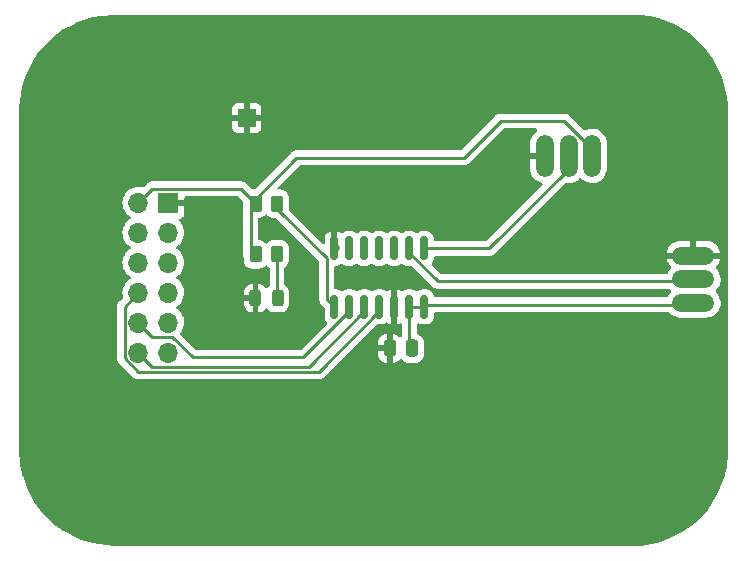
<source format=gbr>
%TF.GenerationSoftware,KiCad,Pcbnew,7.0.5*%
%TF.CreationDate,2023-07-06T17:03:00+08:00*%
%TF.ProjectId,GameRockerShaft,47616d65-526f-4636-9b65-725368616674,rev?*%
%TF.SameCoordinates,Original*%
%TF.FileFunction,Copper,L1,Top*%
%TF.FilePolarity,Positive*%
%FSLAX46Y46*%
G04 Gerber Fmt 4.6, Leading zero omitted, Abs format (unit mm)*
G04 Created by KiCad (PCBNEW 7.0.5) date 2023-07-06 17:03:00*
%MOMM*%
%LPD*%
G01*
G04 APERTURE LIST*
G04 Aperture macros list*
%AMRoundRect*
0 Rectangle with rounded corners*
0 $1 Rounding radius*
0 $2 $3 $4 $5 $6 $7 $8 $9 X,Y pos of 4 corners*
0 Add a 4 corners polygon primitive as box body*
4,1,4,$2,$3,$4,$5,$6,$7,$8,$9,$2,$3,0*
0 Add four circle primitives for the rounded corners*
1,1,$1+$1,$2,$3*
1,1,$1+$1,$4,$5*
1,1,$1+$1,$6,$7*
1,1,$1+$1,$8,$9*
0 Add four rect primitives between the rounded corners*
20,1,$1+$1,$2,$3,$4,$5,0*
20,1,$1+$1,$4,$5,$6,$7,0*
20,1,$1+$1,$6,$7,$8,$9,0*
20,1,$1+$1,$8,$9,$2,$3,0*%
G04 Aperture macros list end*
%TA.AperFunction,SMDPad,CuDef*%
%ADD10RoundRect,0.150000X-0.150000X0.825000X-0.150000X-0.825000X0.150000X-0.825000X0.150000X0.825000X0*%
%TD*%
%TA.AperFunction,ComponentPad*%
%ADD11O,1.500000X3.600000*%
%TD*%
%TA.AperFunction,ComponentPad*%
%ADD12O,3.600000X1.500000*%
%TD*%
%TA.AperFunction,SMDPad,CuDef*%
%ADD13RoundRect,0.250000X0.250000X0.475000X-0.250000X0.475000X-0.250000X-0.475000X0.250000X-0.475000X0*%
%TD*%
%TA.AperFunction,ComponentPad*%
%ADD14R,1.500000X1.500000*%
%TD*%
%TA.AperFunction,ComponentPad*%
%ADD15R,1.700000X1.700000*%
%TD*%
%TA.AperFunction,ComponentPad*%
%ADD16O,1.700000X1.700000*%
%TD*%
%TA.AperFunction,SMDPad,CuDef*%
%ADD17RoundRect,0.250000X-0.262500X-0.450000X0.262500X-0.450000X0.262500X0.450000X-0.262500X0.450000X0*%
%TD*%
%TA.AperFunction,SMDPad,CuDef*%
%ADD18RoundRect,0.243750X-0.243750X-0.456250X0.243750X-0.456250X0.243750X0.456250X-0.243750X0.456250X0*%
%TD*%
%TA.AperFunction,SMDPad,CuDef*%
%ADD19RoundRect,0.250000X0.262500X0.450000X-0.262500X0.450000X-0.262500X-0.450000X0.262500X-0.450000X0*%
%TD*%
%TA.AperFunction,ViaPad*%
%ADD20C,0.800000*%
%TD*%
%TA.AperFunction,Conductor*%
%ADD21C,0.254000*%
%TD*%
%TA.AperFunction,Conductor*%
%ADD22C,0.250000*%
%TD*%
G04 APERTURE END LIST*
D10*
%TO.P,U1,1,CH0*%
%TO.N,Net-(J2-X)*%
X104285000Y-89795000D03*
%TO.P,U1,2,CH1*%
%TO.N,Net-(J2-Y)*%
X103015000Y-89795000D03*
%TO.P,U1,3,CH2*%
%TO.N,unconnected-(U1-CH2-Pad3)*%
X101745000Y-89795000D03*
%TO.P,U1,4,CH3*%
%TO.N,unconnected-(U1-CH3-Pad4)*%
X100475000Y-89795000D03*
%TO.P,U1,5,NC*%
%TO.N,unconnected-(U1-NC-Pad5)*%
X99205000Y-89795000D03*
%TO.P,U1,6,NC*%
%TO.N,unconnected-(U1-NC-Pad6)*%
X97935000Y-89795000D03*
%TO.P,U1,7,DGND*%
%TO.N,GND*%
X96665000Y-89795000D03*
%TO.P,U1,8,~{CS}/SHDN*%
%TO.N,/CH5*%
X96665000Y-94745000D03*
%TO.P,U1,9,Din*%
%TO.N,/CH7*%
X97935000Y-94745000D03*
%TO.P,U1,10,Dout*%
%TO.N,/CH8*%
X99205000Y-94745000D03*
%TO.P,U1,11,CLK*%
%TO.N,/CH6*%
X100475000Y-94745000D03*
%TO.P,U1,12,AGND*%
%TO.N,GND*%
X101745000Y-94745000D03*
%TO.P,U1,13,Vref*%
%TO.N,+3V3*%
X103015000Y-94745000D03*
%TO.P,U1,14,Vdd*%
X104285000Y-94745000D03*
%TD*%
D11*
%TO.P,J2,1,VCC*%
%TO.N,GND*%
X114500000Y-81950000D03*
%TO.P,J2,2,X*%
%TO.N,Net-(J2-X)*%
X116500000Y-81950000D03*
%TO.P,J2,3,GND*%
%TO.N,+3V3*%
X118500000Y-81950000D03*
D12*
%TO.P,J2,4,VCC*%
X127075000Y-94400000D03*
%TO.P,J2,5,Y*%
%TO.N,Net-(J2-Y)*%
X127075000Y-92400000D03*
%TO.P,J2,6,GND*%
%TO.N,GND*%
X127075000Y-90400000D03*
%TD*%
D13*
%TO.P,C1,1*%
%TO.N,+3V3*%
X103250000Y-98250000D03*
%TO.P,C1,2*%
%TO.N,GND*%
X101350000Y-98250000D03*
%TD*%
D14*
%TO.P,TP1,1,1*%
%TO.N,GND*%
X89250000Y-78750000D03*
%TD*%
D15*
%TO.P,J1,1,Pin_1*%
%TO.N,GND*%
X82625000Y-85920000D03*
D16*
%TO.P,J1,2,Pin_2*%
%TO.N,+3V3*%
X80085000Y-85920000D03*
%TO.P,J1,3,Pin_3*%
%TO.N,/CH0*%
X82625000Y-88460000D03*
%TO.P,J1,4,Pin_4*%
%TO.N,/5V0*%
X80085000Y-88460000D03*
%TO.P,J1,5,Pin_5*%
%TO.N,/CH1*%
X82625000Y-91000000D03*
%TO.P,J1,6,Pin_6*%
%TO.N,/CH5*%
X80085000Y-91000000D03*
%TO.P,J1,7,Pin_7*%
%TO.N,/CH2*%
X82625000Y-93540000D03*
%TO.P,J1,8,Pin_8*%
%TO.N,/CH6*%
X80085000Y-93540000D03*
%TO.P,J1,9,Pin_9*%
%TO.N,/CH3*%
X82625000Y-96080000D03*
%TO.P,J1,10,Pin_10*%
%TO.N,/CH7*%
X80085000Y-96080000D03*
%TO.P,J1,11,Pin_11*%
%TO.N,/CH4*%
X82625000Y-98620000D03*
%TO.P,J1,12,Pin_12*%
%TO.N,/CH8*%
X80085000Y-98620000D03*
%TD*%
D17*
%TO.P,R1,1*%
%TO.N,+3V3*%
X90000000Y-86000000D03*
%TO.P,R1,2*%
%TO.N,/CH5*%
X91825000Y-86000000D03*
%TD*%
D18*
%TO.P,D1,1,K*%
%TO.N,GND*%
X89995000Y-94000000D03*
%TO.P,D1,2,A*%
%TO.N,Net-(D1-A)*%
X91870000Y-94000000D03*
%TD*%
D19*
%TO.P,R2,1*%
%TO.N,Net-(D1-A)*%
X91825000Y-90293333D03*
%TO.P,R2,2*%
%TO.N,+3V3*%
X90000000Y-90293333D03*
%TD*%
D20*
%TO.N,GND*%
X96750000Y-89750000D03*
X82625000Y-83375000D03*
X112000000Y-82000000D03*
%TO.N,/CH5*%
X91917500Y-86000000D03*
%TD*%
D21*
%TO.N,+3V3*%
X93457500Y-82125000D02*
X107625000Y-82125000D01*
X90000000Y-85582500D02*
X93457500Y-82125000D01*
X103020000Y-94520000D02*
X103020000Y-94745000D01*
X80085000Y-85920000D02*
X81262000Y-84743000D01*
X107625000Y-82125000D02*
X110750000Y-79000000D01*
X89582500Y-86000000D02*
X89582500Y-90293333D01*
X90000000Y-86000000D02*
X90000000Y-85582500D01*
X103000000Y-94500000D02*
X103000000Y-94730000D01*
X104285000Y-94745000D02*
X104455000Y-94575000D01*
X88743000Y-84743000D02*
X90000000Y-86000000D01*
X104455000Y-94575000D02*
X127000000Y-94575000D01*
X118500000Y-81376892D02*
X118500000Y-82750000D01*
X116123108Y-79000000D02*
X118500000Y-81376892D01*
X104285000Y-94745000D02*
X103015000Y-94745000D01*
X103000000Y-94500000D02*
X103020000Y-94520000D01*
X110750000Y-79000000D02*
X116123108Y-79000000D01*
X81262000Y-84743000D02*
X88743000Y-84743000D01*
X103015000Y-98015000D02*
X103250000Y-98250000D01*
X103015000Y-94745000D02*
X103015000Y-98015000D01*
D22*
%TO.N,GND*%
X114500000Y-82750000D02*
X113750000Y-82000000D01*
X113750000Y-82000000D02*
X112000000Y-82000000D01*
%TO.N,Net-(D1-A)*%
X91825000Y-93955000D02*
X91870000Y-94000000D01*
X91825000Y-90293333D02*
X91825000Y-93955000D01*
%TO.N,/CH5*%
X91917500Y-86510000D02*
X96038000Y-90630500D01*
D21*
X96665000Y-94745000D02*
X96038000Y-94118000D01*
D22*
X91917500Y-86000000D02*
X91917500Y-86510000D01*
D21*
X96038000Y-94118000D02*
X96038000Y-90630500D01*
D22*
%TO.N,/CH6*%
X100475000Y-94745000D02*
X100475000Y-95121751D01*
X100475000Y-95121751D02*
X95351751Y-100245000D01*
X78910000Y-99106701D02*
X78910000Y-94715000D01*
X78910000Y-94715000D02*
X80085000Y-93540000D01*
X80048299Y-100245000D02*
X78910000Y-99106701D01*
X95351751Y-100245000D02*
X80048299Y-100245000D01*
%TO.N,/CH7*%
X81260000Y-97255000D02*
X80085000Y-96080000D01*
X82921701Y-97255000D02*
X81260000Y-97255000D01*
X97935000Y-95121751D02*
X94031751Y-99025000D01*
X94031751Y-99025000D02*
X84691701Y-99025000D01*
X97935000Y-94745000D02*
X97935000Y-95121751D01*
X84691701Y-99025000D02*
X82921701Y-97255000D01*
%TO.N,/CH8*%
X99205000Y-94745000D02*
X99205000Y-95121751D01*
X94531751Y-99795000D02*
X81260000Y-99795000D01*
X81260000Y-99795000D02*
X80085000Y-98620000D01*
X99205000Y-95121751D02*
X94531751Y-99795000D01*
D21*
%TO.N,Net-(J2-X)*%
X116425000Y-83175000D02*
X109805000Y-89795000D01*
X109805000Y-89795000D02*
X104285000Y-89795000D01*
%TO.N,Net-(J2-Y)*%
X105415420Y-92575000D02*
X103015000Y-90174580D01*
X127000000Y-92575000D02*
X105415420Y-92575000D01*
X103015000Y-90174580D02*
X103015000Y-89795000D01*
%TD*%
%TA.AperFunction,Conductor*%
%TO.N,GND*%
G36*
X88498758Y-85390185D02*
G01*
X88519400Y-85406819D01*
X88920985Y-85808404D01*
X88954470Y-85869727D01*
X88953686Y-85912696D01*
X88955978Y-85912986D01*
X88955000Y-85920729D01*
X88955000Y-90332818D01*
X88969884Y-90450626D01*
X88978293Y-90471865D01*
X88987000Y-90517512D01*
X88987000Y-90793333D01*
X88987001Y-90793352D01*
X88997500Y-90896129D01*
X88997501Y-90896132D01*
X89039166Y-91021866D01*
X89052686Y-91062667D01*
X89144788Y-91211989D01*
X89268844Y-91336045D01*
X89418166Y-91428147D01*
X89584703Y-91483332D01*
X89687491Y-91493833D01*
X90312508Y-91493832D01*
X90312516Y-91493831D01*
X90312519Y-91493831D01*
X90368802Y-91488081D01*
X90415297Y-91483332D01*
X90581834Y-91428147D01*
X90731156Y-91336045D01*
X90824819Y-91242382D01*
X90886142Y-91208897D01*
X90955834Y-91213881D01*
X91000181Y-91242382D01*
X91093844Y-91336045D01*
X91140596Y-91364881D01*
X91187320Y-91416827D01*
X91199500Y-91470420D01*
X91199500Y-92866608D01*
X91179815Y-92933647D01*
X91163182Y-92954289D01*
X91038470Y-93079001D01*
X91038467Y-93079005D01*
X91037734Y-93080194D01*
X91037019Y-93080836D01*
X91033993Y-93084664D01*
X91033338Y-93084146D01*
X90985780Y-93126911D01*
X90916816Y-93138123D01*
X90852738Y-93110271D01*
X90830738Y-93084877D01*
X90830612Y-93084977D01*
X90828385Y-93082161D01*
X90826663Y-93080173D01*
X90826130Y-93079309D01*
X90703191Y-92956370D01*
X90555214Y-92865096D01*
X90555209Y-92865094D01*
X90390173Y-92810407D01*
X90288315Y-92800000D01*
X90245000Y-92800000D01*
X90245000Y-95200000D01*
X90288303Y-95200000D01*
X90288315Y-95199999D01*
X90390173Y-95189592D01*
X90555209Y-95134905D01*
X90555214Y-95134903D01*
X90703191Y-95043629D01*
X90826128Y-94920692D01*
X90826659Y-94919832D01*
X90827180Y-94919363D01*
X90830612Y-94915023D01*
X90831353Y-94915608D01*
X90878601Y-94873102D01*
X90947563Y-94861872D01*
X91011648Y-94889708D01*
X91033913Y-94915398D01*
X91033993Y-94915336D01*
X91035390Y-94917103D01*
X91037738Y-94919812D01*
X91038468Y-94920995D01*
X91038474Y-94921003D01*
X91161496Y-95044025D01*
X91161500Y-95044028D01*
X91309566Y-95135357D01*
X91309569Y-95135358D01*
X91309575Y-95135362D01*
X91474725Y-95190087D01*
X91576652Y-95200500D01*
X91576657Y-95200500D01*
X92163343Y-95200500D01*
X92163348Y-95200500D01*
X92265275Y-95190087D01*
X92430425Y-95135362D01*
X92578503Y-95044026D01*
X92701526Y-94921003D01*
X92792862Y-94772925D01*
X92847587Y-94607775D01*
X92858000Y-94505848D01*
X92858000Y-93494152D01*
X92847587Y-93392225D01*
X92792862Y-93227075D01*
X92792858Y-93227069D01*
X92792857Y-93227066D01*
X92701528Y-93079000D01*
X92701525Y-93078996D01*
X92578502Y-92955973D01*
X92509402Y-92913351D01*
X92462678Y-92861402D01*
X92450500Y-92807813D01*
X92450500Y-91470420D01*
X92470185Y-91403381D01*
X92509402Y-91364881D01*
X92556156Y-91336045D01*
X92680212Y-91211989D01*
X92772314Y-91062667D01*
X92827499Y-90896130D01*
X92838000Y-90793342D01*
X92837999Y-89793325D01*
X92827499Y-89690536D01*
X92772314Y-89523999D01*
X92680212Y-89374677D01*
X92556156Y-89250621D01*
X92406834Y-89158519D01*
X92240297Y-89103334D01*
X92240295Y-89103333D01*
X92137510Y-89092833D01*
X91512498Y-89092833D01*
X91512480Y-89092834D01*
X91409703Y-89103333D01*
X91409700Y-89103334D01*
X91243168Y-89158518D01*
X91243163Y-89158520D01*
X91093842Y-89250622D01*
X91000181Y-89344284D01*
X90938858Y-89377769D01*
X90869166Y-89372785D01*
X90824819Y-89344284D01*
X90731157Y-89250622D01*
X90731156Y-89250621D01*
X90581834Y-89158519D01*
X90415297Y-89103334D01*
X90415295Y-89103333D01*
X90321396Y-89093740D01*
X90256705Y-89067343D01*
X90216554Y-89010162D01*
X90210000Y-88970382D01*
X90210000Y-87322948D01*
X90229685Y-87255909D01*
X90282489Y-87210154D01*
X90321396Y-87199591D01*
X90415297Y-87189999D01*
X90581834Y-87134814D01*
X90731156Y-87042712D01*
X90824821Y-86949046D01*
X90886140Y-86915564D01*
X90955832Y-86920548D01*
X91000180Y-86949048D01*
X91093844Y-87042712D01*
X91243166Y-87134814D01*
X91409703Y-87189999D01*
X91512491Y-87200500D01*
X91672046Y-87200499D01*
X91739086Y-87220183D01*
X91759728Y-87236818D01*
X95374181Y-90851271D01*
X95407666Y-90912594D01*
X95410500Y-90938952D01*
X95410500Y-94035032D01*
X95408772Y-94050681D01*
X95409054Y-94050708D01*
X95408319Y-94058475D01*
X95410469Y-94126890D01*
X95410500Y-94128837D01*
X95410500Y-94157477D01*
X95411371Y-94164380D01*
X95411829Y-94170199D01*
X95413298Y-94216942D01*
X95418916Y-94236275D01*
X95422862Y-94255329D01*
X95425383Y-94275287D01*
X95425386Y-94275299D01*
X95442595Y-94318765D01*
X95444487Y-94324293D01*
X95457530Y-94369187D01*
X95457530Y-94369188D01*
X95467777Y-94386515D01*
X95476335Y-94403985D01*
X95483745Y-94422701D01*
X95511229Y-94460529D01*
X95514437Y-94465413D01*
X95538234Y-94505652D01*
X95538240Y-94505660D01*
X95552469Y-94519888D01*
X95565109Y-94534687D01*
X95576934Y-94550964D01*
X95576936Y-94550965D01*
X95576937Y-94550967D01*
X95612957Y-94580765D01*
X95617268Y-94584687D01*
X95727775Y-94695194D01*
X95828181Y-94795600D01*
X95861666Y-94856923D01*
X95864500Y-94883281D01*
X95864500Y-95635701D01*
X95867401Y-95672567D01*
X95867402Y-95672573D01*
X95913254Y-95830393D01*
X95913255Y-95830396D01*
X95996917Y-95971862D01*
X95996923Y-95971870D01*
X96010925Y-95985872D01*
X96044410Y-96047195D01*
X96039426Y-96116887D01*
X96010925Y-96161234D01*
X93808979Y-98363181D01*
X93747656Y-98396666D01*
X93721298Y-98399500D01*
X85002153Y-98399500D01*
X84935114Y-98379815D01*
X84914472Y-98363181D01*
X83670472Y-97119181D01*
X83636987Y-97057858D01*
X83641971Y-96988166D01*
X83660690Y-96956046D01*
X83660389Y-96955836D01*
X83662916Y-96952226D01*
X83663179Y-96951776D01*
X83663481Y-96951414D01*
X83663495Y-96951401D01*
X83799035Y-96757830D01*
X83898903Y-96543663D01*
X83960063Y-96315408D01*
X83980659Y-96080000D01*
X83960063Y-95844592D01*
X83904090Y-95635694D01*
X83898905Y-95616344D01*
X83898904Y-95616343D01*
X83898903Y-95616337D01*
X83799035Y-95402171D01*
X83793425Y-95394158D01*
X83663494Y-95208597D01*
X83496402Y-95041506D01*
X83496401Y-95041505D01*
X83374746Y-94956321D01*
X83310841Y-94911574D01*
X83267216Y-94856997D01*
X83260024Y-94787498D01*
X83291546Y-94725144D01*
X83310836Y-94708428D01*
X83496401Y-94578495D01*
X83663495Y-94411401D01*
X83776509Y-94250000D01*
X89007500Y-94250000D01*
X89007500Y-94505815D01*
X89017907Y-94607673D01*
X89072594Y-94772709D01*
X89072596Y-94772714D01*
X89163870Y-94920691D01*
X89286808Y-95043629D01*
X89434785Y-95134903D01*
X89434790Y-95134905D01*
X89599826Y-95189592D01*
X89701684Y-95199999D01*
X89701697Y-95200000D01*
X89745000Y-95200000D01*
X89745000Y-94250000D01*
X89007500Y-94250000D01*
X83776509Y-94250000D01*
X83799035Y-94217830D01*
X83898903Y-94003663D01*
X83960063Y-93775408D01*
X83962286Y-93750000D01*
X89007500Y-93750000D01*
X89745000Y-93750000D01*
X89745000Y-92800000D01*
X89701684Y-92800000D01*
X89599826Y-92810407D01*
X89434790Y-92865094D01*
X89434785Y-92865096D01*
X89286808Y-92956370D01*
X89163870Y-93079308D01*
X89072596Y-93227285D01*
X89072594Y-93227290D01*
X89017907Y-93392326D01*
X89007500Y-93494184D01*
X89007500Y-93750000D01*
X83962286Y-93750000D01*
X83980659Y-93540000D01*
X83978745Y-93518129D01*
X83968854Y-93405069D01*
X83960063Y-93304592D01*
X83910444Y-93119408D01*
X83898905Y-93076344D01*
X83898904Y-93076343D01*
X83898903Y-93076337D01*
X83799035Y-92862171D01*
X83793425Y-92854158D01*
X83663494Y-92668597D01*
X83496402Y-92501506D01*
X83496401Y-92501505D01*
X83310842Y-92371575D01*
X83310841Y-92371574D01*
X83267216Y-92316997D01*
X83260024Y-92247498D01*
X83291546Y-92185144D01*
X83310836Y-92168428D01*
X83496401Y-92038495D01*
X83663495Y-91871401D01*
X83799035Y-91677830D01*
X83898903Y-91463663D01*
X83960063Y-91235408D01*
X83980659Y-91000000D01*
X83960063Y-90764592D01*
X83898903Y-90536337D01*
X83799035Y-90322171D01*
X83798755Y-90321770D01*
X83663494Y-90128597D01*
X83496402Y-89961506D01*
X83496401Y-89961505D01*
X83310842Y-89831575D01*
X83310841Y-89831574D01*
X83267216Y-89776997D01*
X83260024Y-89707498D01*
X83291546Y-89645144D01*
X83310836Y-89628428D01*
X83496401Y-89498495D01*
X83663495Y-89331401D01*
X83799035Y-89137830D01*
X83898903Y-88923663D01*
X83960063Y-88695408D01*
X83980659Y-88460000D01*
X83980370Y-88456702D01*
X83972673Y-88368717D01*
X83960063Y-88224592D01*
X83898903Y-87996337D01*
X83799035Y-87782171D01*
X83793424Y-87774158D01*
X83663496Y-87588600D01*
X83663493Y-87588597D01*
X83541179Y-87466283D01*
X83507696Y-87404963D01*
X83512680Y-87335271D01*
X83554551Y-87279337D01*
X83585529Y-87262422D01*
X83717086Y-87213354D01*
X83717093Y-87213350D01*
X83832187Y-87127190D01*
X83832190Y-87127187D01*
X83918350Y-87012093D01*
X83918354Y-87012086D01*
X83968596Y-86877379D01*
X83968598Y-86877372D01*
X83974999Y-86817844D01*
X83975000Y-86817827D01*
X83975000Y-86170000D01*
X83058686Y-86170000D01*
X83084493Y-86129844D01*
X83125000Y-85991889D01*
X83125000Y-85848111D01*
X83084493Y-85710156D01*
X83058686Y-85670000D01*
X83975000Y-85670000D01*
X83975000Y-85494500D01*
X83994685Y-85427461D01*
X84047489Y-85381706D01*
X84099000Y-85370500D01*
X88431719Y-85370500D01*
X88498758Y-85390185D01*
G37*
%TD.AperFunction*%
%TA.AperFunction,Conductor*%
G36*
X113803658Y-79647185D02*
G01*
X113849413Y-79699989D01*
X113859357Y-79769147D01*
X113830332Y-79832703D01*
X113812412Y-79848420D01*
X113812950Y-79849095D01*
X113632679Y-79992854D01*
X113484647Y-80162292D01*
X113484640Y-80162300D01*
X113369240Y-80355446D01*
X113369238Y-80355451D01*
X113290175Y-80566110D01*
X113290175Y-80566111D01*
X113250000Y-80787494D01*
X113250000Y-81700000D01*
X114626000Y-81700000D01*
X114693039Y-81719685D01*
X114738794Y-81772489D01*
X114750000Y-81824000D01*
X114750000Y-82076000D01*
X114730315Y-82143039D01*
X114688989Y-82178847D01*
X114656631Y-82165444D01*
X114539323Y-82150000D01*
X114460677Y-82150000D01*
X114343369Y-82165444D01*
X114259943Y-82200000D01*
X113250000Y-82200000D01*
X113250000Y-83056129D01*
X113265116Y-83224096D01*
X113265117Y-83224102D01*
X113324973Y-83440984D01*
X113324978Y-83440997D01*
X113422598Y-83643708D01*
X113422602Y-83643716D01*
X113554851Y-83825741D01*
X113554857Y-83825749D01*
X113717486Y-83981237D01*
X113905266Y-84105191D01*
X114112169Y-84193624D01*
X114112177Y-84193627D01*
X114224625Y-84219292D01*
X114285603Y-84253400D01*
X114318462Y-84315061D01*
X114312767Y-84384698D01*
X114284714Y-84427864D01*
X109581400Y-89131181D01*
X109520077Y-89164666D01*
X109493719Y-89167500D01*
X105209500Y-89167500D01*
X105142461Y-89147815D01*
X105096706Y-89095011D01*
X105085500Y-89043500D01*
X105085500Y-88904313D01*
X105085499Y-88904298D01*
X105082598Y-88867432D01*
X105082597Y-88867426D01*
X105036745Y-88709606D01*
X105036744Y-88709603D01*
X105036744Y-88709602D01*
X104953081Y-88568135D01*
X104953079Y-88568133D01*
X104953076Y-88568129D01*
X104836870Y-88451923D01*
X104836862Y-88451917D01*
X104758681Y-88405681D01*
X104695398Y-88368256D01*
X104695397Y-88368255D01*
X104695396Y-88368255D01*
X104695393Y-88368254D01*
X104537573Y-88322402D01*
X104537567Y-88322401D01*
X104500701Y-88319500D01*
X104500694Y-88319500D01*
X104069306Y-88319500D01*
X104069298Y-88319500D01*
X104032432Y-88322401D01*
X104032426Y-88322402D01*
X103874606Y-88368254D01*
X103874603Y-88368255D01*
X103733137Y-88451917D01*
X103726969Y-88456702D01*
X103725078Y-88454265D01*
X103676295Y-88480871D01*
X103606606Y-88475850D01*
X103574300Y-88455065D01*
X103573031Y-88456702D01*
X103566862Y-88451917D01*
X103488681Y-88405681D01*
X103425398Y-88368256D01*
X103425397Y-88368255D01*
X103425396Y-88368255D01*
X103425393Y-88368254D01*
X103267573Y-88322402D01*
X103267567Y-88322401D01*
X103230701Y-88319500D01*
X103230694Y-88319500D01*
X102799306Y-88319500D01*
X102799298Y-88319500D01*
X102762432Y-88322401D01*
X102762426Y-88322402D01*
X102604606Y-88368254D01*
X102604603Y-88368255D01*
X102463137Y-88451917D01*
X102456969Y-88456702D01*
X102455072Y-88454256D01*
X102406358Y-88480857D01*
X102336666Y-88475873D01*
X102304296Y-88455069D01*
X102303031Y-88456702D01*
X102296862Y-88451917D01*
X102218681Y-88405681D01*
X102155398Y-88368256D01*
X102155397Y-88368255D01*
X102155396Y-88368255D01*
X102155393Y-88368254D01*
X101997573Y-88322402D01*
X101997567Y-88322401D01*
X101960701Y-88319500D01*
X101960694Y-88319500D01*
X101529306Y-88319500D01*
X101529298Y-88319500D01*
X101492432Y-88322401D01*
X101492426Y-88322402D01*
X101334606Y-88368254D01*
X101334603Y-88368255D01*
X101193137Y-88451917D01*
X101186969Y-88456702D01*
X101185072Y-88454256D01*
X101136358Y-88480857D01*
X101066666Y-88475873D01*
X101034296Y-88455069D01*
X101033031Y-88456702D01*
X101026862Y-88451917D01*
X100948681Y-88405681D01*
X100885398Y-88368256D01*
X100885397Y-88368255D01*
X100885396Y-88368255D01*
X100885393Y-88368254D01*
X100727573Y-88322402D01*
X100727567Y-88322401D01*
X100690701Y-88319500D01*
X100690694Y-88319500D01*
X100259306Y-88319500D01*
X100259298Y-88319500D01*
X100222432Y-88322401D01*
X100222426Y-88322402D01*
X100064606Y-88368254D01*
X100064603Y-88368255D01*
X99923137Y-88451917D01*
X99916969Y-88456702D01*
X99915072Y-88454256D01*
X99866358Y-88480857D01*
X99796666Y-88475873D01*
X99764296Y-88455069D01*
X99763031Y-88456702D01*
X99756862Y-88451917D01*
X99678681Y-88405681D01*
X99615398Y-88368256D01*
X99615397Y-88368255D01*
X99615396Y-88368255D01*
X99615393Y-88368254D01*
X99457573Y-88322402D01*
X99457567Y-88322401D01*
X99420701Y-88319500D01*
X99420694Y-88319500D01*
X98989306Y-88319500D01*
X98989298Y-88319500D01*
X98952432Y-88322401D01*
X98952426Y-88322402D01*
X98794606Y-88368254D01*
X98794603Y-88368255D01*
X98653137Y-88451917D01*
X98646969Y-88456702D01*
X98645078Y-88454265D01*
X98596295Y-88480871D01*
X98526606Y-88475850D01*
X98494300Y-88455065D01*
X98493031Y-88456702D01*
X98486862Y-88451917D01*
X98408681Y-88405681D01*
X98345398Y-88368256D01*
X98345397Y-88368255D01*
X98345396Y-88368255D01*
X98345393Y-88368254D01*
X98187573Y-88322402D01*
X98187567Y-88322401D01*
X98150701Y-88319500D01*
X98150694Y-88319500D01*
X97719306Y-88319500D01*
X97719298Y-88319500D01*
X97682432Y-88322401D01*
X97682426Y-88322402D01*
X97524606Y-88368254D01*
X97524603Y-88368255D01*
X97383140Y-88451915D01*
X97376974Y-88456699D01*
X97375174Y-88454379D01*
X97325913Y-88481230D01*
X97256225Y-88476193D01*
X97223992Y-88455461D01*
X97222722Y-88457100D01*
X97216552Y-88452314D01*
X97075196Y-88368717D01*
X97075193Y-88368716D01*
X96917494Y-88322900D01*
X96917497Y-88322900D01*
X96915000Y-88322703D01*
X96915000Y-89921000D01*
X96895315Y-89988039D01*
X96842511Y-90033794D01*
X96791000Y-90045000D01*
X96539000Y-90045000D01*
X96471961Y-90025315D01*
X96426206Y-89972511D01*
X96415000Y-89921000D01*
X96415000Y-88322703D01*
X96412503Y-88322900D01*
X96254806Y-88368716D01*
X96254803Y-88368717D01*
X96113447Y-88452314D01*
X96113438Y-88452321D01*
X95997321Y-88568438D01*
X95997314Y-88568447D01*
X95913717Y-88709803D01*
X95913716Y-88709806D01*
X95867900Y-88867504D01*
X95867899Y-88867510D01*
X95865000Y-88904350D01*
X95865000Y-89273547D01*
X95845315Y-89340586D01*
X95792511Y-89386341D01*
X95723353Y-89396285D01*
X95659797Y-89367260D01*
X95653319Y-89361228D01*
X92874318Y-86582227D01*
X92840833Y-86520904D01*
X92837999Y-86494555D01*
X92837999Y-85499992D01*
X92833539Y-85456335D01*
X92827499Y-85397203D01*
X92827498Y-85397200D01*
X92776126Y-85242171D01*
X92772314Y-85230666D01*
X92680212Y-85081344D01*
X92556156Y-84957288D01*
X92463388Y-84900069D01*
X92406836Y-84865187D01*
X92406831Y-84865185D01*
X92405362Y-84864698D01*
X92240297Y-84810001D01*
X92240295Y-84810000D01*
X92137516Y-84799500D01*
X92137509Y-84799500D01*
X91969780Y-84799500D01*
X91902741Y-84779815D01*
X91856986Y-84727011D01*
X91847042Y-84657853D01*
X91876067Y-84594297D01*
X91882099Y-84587819D01*
X92716124Y-83753795D01*
X93681099Y-82788819D01*
X93742423Y-82755334D01*
X93768781Y-82752500D01*
X107542033Y-82752500D01*
X107557681Y-82754227D01*
X107557708Y-82753946D01*
X107565475Y-82754680D01*
X107565476Y-82754679D01*
X107565477Y-82754680D01*
X107572104Y-82754471D01*
X107633892Y-82752531D01*
X107635839Y-82752500D01*
X107664473Y-82752500D01*
X107664476Y-82752500D01*
X107671378Y-82751627D01*
X107677190Y-82751169D01*
X107723943Y-82749701D01*
X107743272Y-82744084D01*
X107762328Y-82740137D01*
X107782293Y-82737616D01*
X107825770Y-82720401D01*
X107831276Y-82718516D01*
X107876191Y-82705468D01*
X107893515Y-82695221D01*
X107910983Y-82686663D01*
X107929703Y-82679253D01*
X107967542Y-82651759D01*
X107972391Y-82648574D01*
X108012656Y-82624763D01*
X108026897Y-82610520D01*
X108041678Y-82597897D01*
X108057967Y-82586063D01*
X108057969Y-82586059D01*
X108057971Y-82586059D01*
X108069845Y-82571703D01*
X108087776Y-82550028D01*
X108091689Y-82545728D01*
X110973599Y-79663819D01*
X111034923Y-79630334D01*
X111061281Y-79627500D01*
X113736619Y-79627500D01*
X113803658Y-79647185D01*
G37*
%TD.AperFunction*%
%TA.AperFunction,Conductor*%
G36*
X122001050Y-70000536D02*
G01*
X122090467Y-70003590D01*
X122321882Y-70011496D01*
X122321882Y-70011540D01*
X122322069Y-70011502D01*
X122322371Y-70011512D01*
X122549031Y-70019608D01*
X122553125Y-70019891D01*
X122724036Y-70037461D01*
X122727865Y-70037977D01*
X123306081Y-70134346D01*
X123886336Y-70231055D01*
X123890796Y-70231969D01*
X123941090Y-70244225D01*
X124060051Y-70274588D01*
X124116430Y-70288978D01*
X124120703Y-70290233D01*
X124741649Y-70497216D01*
X124757872Y-70503936D01*
X125417875Y-70833937D01*
X125747871Y-70998936D01*
X125752036Y-71001221D01*
X126940478Y-71714286D01*
X126947476Y-71719170D01*
X127056636Y-71807137D01*
X127061556Y-71811556D01*
X127993766Y-72743767D01*
X127993767Y-72743767D01*
X128005286Y-72757048D01*
X128743291Y-73741055D01*
X128755000Y-73760001D01*
X129493911Y-75237823D01*
X129503300Y-75263203D01*
X129929379Y-76967516D01*
X129930877Y-76975937D01*
X129949558Y-77149721D01*
X129980104Y-77446849D01*
X129980390Y-77450978D01*
X129988502Y-77678115D01*
X129988503Y-77678115D01*
X129988503Y-77678124D01*
X129988535Y-77679028D01*
X129988535Y-77679078D01*
X129999464Y-77998950D01*
X129999500Y-78001067D01*
X129999500Y-106998932D01*
X129999464Y-107001049D01*
X129988506Y-107321788D01*
X129980390Y-107549020D01*
X129980105Y-107553148D01*
X129949560Y-107850268D01*
X129922214Y-108104635D01*
X129921667Y-108108544D01*
X129880412Y-108347820D01*
X129880109Y-108349445D01*
X129789527Y-108802355D01*
X129788968Y-108804875D01*
X129755816Y-108940919D01*
X129725411Y-109060047D01*
X129722899Y-109067749D01*
X129250958Y-110247604D01*
X129248846Y-110252307D01*
X129001068Y-110747864D01*
X128998777Y-110752037D01*
X128285712Y-111940477D01*
X128280818Y-111947490D01*
X128192871Y-112056625D01*
X128188432Y-112061566D01*
X127256232Y-112993767D01*
X127242951Y-113005286D01*
X126258943Y-113743292D01*
X126239997Y-113755001D01*
X125252307Y-114248846D01*
X125247604Y-114250958D01*
X124067749Y-114722899D01*
X124060053Y-114725409D01*
X123981376Y-114745490D01*
X123941019Y-114755791D01*
X123890820Y-114768024D01*
X123886332Y-114768943D01*
X122727850Y-114962022D01*
X122723996Y-114962541D01*
X122553148Y-114980105D01*
X122549020Y-114980390D01*
X122321980Y-114988499D01*
X122001049Y-114999464D01*
X121998932Y-114999500D01*
X78005319Y-114999500D01*
X77987783Y-114998254D01*
X76253168Y-114750452D01*
X76246894Y-114749223D01*
X75263204Y-114503301D01*
X75237826Y-114493913D01*
X73760000Y-113755000D01*
X73741055Y-113743291D01*
X72757048Y-113005286D01*
X72743767Y-112993767D01*
X72006233Y-112256232D01*
X71994714Y-112242951D01*
X71256708Y-111258944D01*
X71244999Y-111239998D01*
X70998932Y-110747864D01*
X70751148Y-110252297D01*
X70749046Y-110247616D01*
X70277096Y-109067740D01*
X70274593Y-109060067D01*
X70244216Y-108941055D01*
X70211013Y-108804803D01*
X70210472Y-108802363D01*
X70119875Y-108349379D01*
X70119616Y-108347986D01*
X70078327Y-108108516D01*
X70077788Y-108104669D01*
X70050437Y-107850258D01*
X70047187Y-107818642D01*
X70019891Y-107553130D01*
X70019608Y-107549020D01*
X70011493Y-107321788D01*
X70000536Y-107001048D01*
X70000500Y-106998932D01*
X70000500Y-94695196D01*
X78279840Y-94695196D01*
X78281091Y-94708425D01*
X78284225Y-94741583D01*
X78284500Y-94747421D01*
X78284500Y-99023956D01*
X78282775Y-99039573D01*
X78283061Y-99039600D01*
X78282326Y-99047367D01*
X78284469Y-99115547D01*
X78284500Y-99117494D01*
X78284500Y-99146044D01*
X78284501Y-99146061D01*
X78285368Y-99152932D01*
X78285826Y-99158751D01*
X78287290Y-99205325D01*
X78287291Y-99205328D01*
X78292880Y-99224568D01*
X78296824Y-99243612D01*
X78299336Y-99263492D01*
X78316490Y-99306820D01*
X78318382Y-99312348D01*
X78331381Y-99357089D01*
X78341580Y-99374335D01*
X78350138Y-99391804D01*
X78357514Y-99410433D01*
X78384898Y-99448124D01*
X78388106Y-99453008D01*
X78411827Y-99493117D01*
X78411833Y-99493125D01*
X78425990Y-99507281D01*
X78438628Y-99522077D01*
X78450405Y-99538287D01*
X78450406Y-99538288D01*
X78486309Y-99567989D01*
X78490620Y-99571911D01*
X79538025Y-100619317D01*
X79547496Y-100628788D01*
X79557321Y-100641051D01*
X79557542Y-100640869D01*
X79562510Y-100646874D01*
X79612231Y-100693566D01*
X79613631Y-100694923D01*
X79633822Y-100715115D01*
X79633826Y-100715118D01*
X79633828Y-100715120D01*
X79639310Y-100719373D01*
X79643742Y-100723157D01*
X79677717Y-100755062D01*
X79695275Y-100764714D01*
X79711532Y-100775393D01*
X79727363Y-100787673D01*
X79747036Y-100796186D01*
X79770132Y-100806182D01*
X79775376Y-100808750D01*
X79816207Y-100831197D01*
X79828822Y-100834435D01*
X79835604Y-100836177D01*
X79854018Y-100842481D01*
X79872403Y-100850438D01*
X79918456Y-100857732D01*
X79924125Y-100858906D01*
X79969280Y-100870500D01*
X79989315Y-100870500D01*
X80008712Y-100872026D01*
X80028495Y-100875160D01*
X80074882Y-100870775D01*
X80080721Y-100870500D01*
X95269008Y-100870500D01*
X95284628Y-100872224D01*
X95284655Y-100871939D01*
X95292417Y-100872673D01*
X95292417Y-100872672D01*
X95292418Y-100872673D01*
X95295750Y-100872568D01*
X95360598Y-100870531D01*
X95362545Y-100870500D01*
X95391098Y-100870500D01*
X95391101Y-100870500D01*
X95397979Y-100869630D01*
X95403792Y-100869172D01*
X95450378Y-100867709D01*
X95469620Y-100862117D01*
X95488663Y-100858174D01*
X95508543Y-100855664D01*
X95551873Y-100838507D01*
X95557397Y-100836617D01*
X95561147Y-100835527D01*
X95602141Y-100823618D01*
X95619380Y-100813422D01*
X95636854Y-100804862D01*
X95655478Y-100797488D01*
X95655478Y-100797487D01*
X95655483Y-100797486D01*
X95693200Y-100770082D01*
X95698056Y-100766892D01*
X95738171Y-100743170D01*
X95752340Y-100728999D01*
X95767130Y-100716368D01*
X95783338Y-100704594D01*
X95813050Y-100668676D01*
X95816963Y-100664376D01*
X97981340Y-98500000D01*
X100350001Y-98500000D01*
X100350001Y-98774986D01*
X100360494Y-98877697D01*
X100415641Y-99044119D01*
X100415643Y-99044124D01*
X100507684Y-99193345D01*
X100631654Y-99317315D01*
X100780875Y-99409356D01*
X100780880Y-99409358D01*
X100947302Y-99464505D01*
X100947309Y-99464506D01*
X101050019Y-99474999D01*
X101099999Y-99474998D01*
X101100000Y-99474998D01*
X101100000Y-98500000D01*
X100350001Y-98500000D01*
X97981340Y-98500000D01*
X98481340Y-98000000D01*
X100350000Y-98000000D01*
X101100000Y-98000000D01*
X101100000Y-97025000D01*
X101099999Y-97024999D01*
X101050029Y-97025000D01*
X101050011Y-97025001D01*
X100947302Y-97035494D01*
X100780880Y-97090641D01*
X100780875Y-97090643D01*
X100631654Y-97182684D01*
X100507684Y-97306654D01*
X100415643Y-97455875D01*
X100415641Y-97455880D01*
X100360494Y-97622302D01*
X100360493Y-97622309D01*
X100350000Y-97725013D01*
X100350000Y-98000000D01*
X98481340Y-98000000D01*
X100224522Y-96256819D01*
X100285846Y-96223334D01*
X100312204Y-96220500D01*
X100690686Y-96220500D01*
X100690694Y-96220500D01*
X100727569Y-96217598D01*
X100727571Y-96217597D01*
X100727573Y-96217597D01*
X100774363Y-96204003D01*
X100885398Y-96171744D01*
X101026865Y-96088081D01*
X101026870Y-96088076D01*
X101033026Y-96083301D01*
X101034839Y-96085638D01*
X101083949Y-96058798D01*
X101153643Y-96063756D01*
X101185996Y-96084551D01*
X101187278Y-96082900D01*
X101193447Y-96087685D01*
X101334801Y-96171281D01*
X101492514Y-96217100D01*
X101492511Y-96217100D01*
X101494998Y-96217295D01*
X101495000Y-96217295D01*
X101495000Y-93272703D01*
X101492503Y-93272900D01*
X101334806Y-93318716D01*
X101334803Y-93318717D01*
X101193449Y-93402313D01*
X101187283Y-93407097D01*
X101185389Y-93404655D01*
X101136580Y-93431239D01*
X101066894Y-93426179D01*
X101034227Y-93405159D01*
X101033031Y-93406702D01*
X101026862Y-93401917D01*
X100931502Y-93345522D01*
X100885398Y-93318256D01*
X100885397Y-93318255D01*
X100885396Y-93318255D01*
X100885393Y-93318254D01*
X100727573Y-93272402D01*
X100727567Y-93272401D01*
X100690701Y-93269500D01*
X100690694Y-93269500D01*
X100259306Y-93269500D01*
X100259298Y-93269500D01*
X100222432Y-93272401D01*
X100222426Y-93272402D01*
X100064606Y-93318254D01*
X100064603Y-93318255D01*
X99923137Y-93401917D01*
X99916969Y-93406702D01*
X99915072Y-93404256D01*
X99866358Y-93430857D01*
X99796666Y-93425873D01*
X99764296Y-93405069D01*
X99763031Y-93406702D01*
X99756862Y-93401917D01*
X99661502Y-93345522D01*
X99615398Y-93318256D01*
X99615397Y-93318255D01*
X99615396Y-93318255D01*
X99615393Y-93318254D01*
X99457573Y-93272402D01*
X99457567Y-93272401D01*
X99420701Y-93269500D01*
X99420694Y-93269500D01*
X98989306Y-93269500D01*
X98989298Y-93269500D01*
X98952432Y-93272401D01*
X98952426Y-93272402D01*
X98794606Y-93318254D01*
X98794603Y-93318255D01*
X98653137Y-93401917D01*
X98646969Y-93406702D01*
X98645072Y-93404256D01*
X98596358Y-93430857D01*
X98526666Y-93425873D01*
X98494296Y-93405069D01*
X98493031Y-93406702D01*
X98486862Y-93401917D01*
X98391502Y-93345522D01*
X98345398Y-93318256D01*
X98345397Y-93318255D01*
X98345396Y-93318255D01*
X98345393Y-93318254D01*
X98187573Y-93272402D01*
X98187567Y-93272401D01*
X98150701Y-93269500D01*
X98150694Y-93269500D01*
X97719306Y-93269500D01*
X97719298Y-93269500D01*
X97682432Y-93272401D01*
X97682426Y-93272402D01*
X97524606Y-93318254D01*
X97524603Y-93318255D01*
X97383137Y-93401917D01*
X97376969Y-93406702D01*
X97375072Y-93404256D01*
X97326358Y-93430857D01*
X97256666Y-93425873D01*
X97224296Y-93405069D01*
X97223031Y-93406702D01*
X97216862Y-93401917D01*
X97121502Y-93345522D01*
X97075398Y-93318256D01*
X97075397Y-93318255D01*
X97075396Y-93318255D01*
X97075393Y-93318254D01*
X96917573Y-93272402D01*
X96917567Y-93272401D01*
X96880701Y-93269500D01*
X96880694Y-93269500D01*
X96789500Y-93269500D01*
X96722461Y-93249815D01*
X96676706Y-93197011D01*
X96665500Y-93145500D01*
X96665500Y-91394000D01*
X96685185Y-91326961D01*
X96737989Y-91281206D01*
X96789500Y-91270000D01*
X96880634Y-91270000D01*
X96880649Y-91269999D01*
X96917489Y-91267100D01*
X96917495Y-91267099D01*
X97075193Y-91221283D01*
X97075196Y-91221282D01*
X97216550Y-91137686D01*
X97222717Y-91132903D01*
X97224630Y-91135369D01*
X97273222Y-91108802D01*
X97342917Y-91113749D01*
X97375762Y-91134853D01*
X97376969Y-91133298D01*
X97383132Y-91138078D01*
X97383135Y-91138081D01*
X97524602Y-91221744D01*
X97566224Y-91233836D01*
X97682426Y-91267597D01*
X97682429Y-91267597D01*
X97682431Y-91267598D01*
X97719306Y-91270500D01*
X97719314Y-91270500D01*
X98150686Y-91270500D01*
X98150694Y-91270500D01*
X98187569Y-91267598D01*
X98187571Y-91267597D01*
X98187573Y-91267597D01*
X98298349Y-91235413D01*
X98345398Y-91221744D01*
X98486865Y-91138081D01*
X98486868Y-91138077D01*
X98493026Y-91133301D01*
X98494927Y-91135752D01*
X98543579Y-91109154D01*
X98613274Y-91114103D01*
X98645700Y-91134942D01*
X98646974Y-91133301D01*
X98653139Y-91138084D01*
X98698015Y-91164623D01*
X98794602Y-91221744D01*
X98836224Y-91233836D01*
X98952426Y-91267597D01*
X98952429Y-91267597D01*
X98952431Y-91267598D01*
X98989306Y-91270500D01*
X98989314Y-91270500D01*
X99420686Y-91270500D01*
X99420694Y-91270500D01*
X99457569Y-91267598D01*
X99457571Y-91267597D01*
X99457573Y-91267597D01*
X99568349Y-91235413D01*
X99615398Y-91221744D01*
X99756865Y-91138081D01*
X99756868Y-91138077D01*
X99763026Y-91133301D01*
X99764927Y-91135752D01*
X99813579Y-91109154D01*
X99883274Y-91114103D01*
X99915700Y-91134942D01*
X99916974Y-91133301D01*
X99923139Y-91138084D01*
X99968015Y-91164623D01*
X100064602Y-91221744D01*
X100106224Y-91233836D01*
X100222426Y-91267597D01*
X100222429Y-91267597D01*
X100222431Y-91267598D01*
X100259306Y-91270500D01*
X100259314Y-91270500D01*
X100690686Y-91270500D01*
X100690694Y-91270500D01*
X100727569Y-91267598D01*
X100727571Y-91267597D01*
X100727573Y-91267597D01*
X100838349Y-91235413D01*
X100885398Y-91221744D01*
X101026865Y-91138081D01*
X101026868Y-91138077D01*
X101033026Y-91133301D01*
X101034927Y-91135752D01*
X101083579Y-91109154D01*
X101153274Y-91114103D01*
X101185700Y-91134942D01*
X101186974Y-91133301D01*
X101193139Y-91138084D01*
X101238015Y-91164623D01*
X101334602Y-91221744D01*
X101376224Y-91233836D01*
X101492426Y-91267597D01*
X101492429Y-91267597D01*
X101492431Y-91267598D01*
X101529306Y-91270500D01*
X101529314Y-91270500D01*
X101960686Y-91270500D01*
X101960694Y-91270500D01*
X101997569Y-91267598D01*
X101997571Y-91267597D01*
X101997573Y-91267597D01*
X102108349Y-91235413D01*
X102155398Y-91221744D01*
X102296865Y-91138081D01*
X102296868Y-91138077D01*
X102303026Y-91133301D01*
X102304927Y-91135752D01*
X102353579Y-91109154D01*
X102423274Y-91114103D01*
X102455700Y-91134942D01*
X102456974Y-91133301D01*
X102463139Y-91138084D01*
X102508015Y-91164623D01*
X102604602Y-91221744D01*
X102646224Y-91233836D01*
X102762426Y-91267597D01*
X102762429Y-91267597D01*
X102762431Y-91267598D01*
X102799306Y-91270500D01*
X103172139Y-91270500D01*
X103239178Y-91290185D01*
X103259820Y-91306819D01*
X104913044Y-92960043D01*
X104922891Y-92972333D01*
X104923109Y-92972154D01*
X104928076Y-92978159D01*
X104945974Y-92994966D01*
X104978001Y-93025041D01*
X104979342Y-93026341D01*
X104999625Y-93046624D01*
X105005126Y-93050891D01*
X105009565Y-93054682D01*
X105043653Y-93086693D01*
X105061304Y-93096396D01*
X105077554Y-93107071D01*
X105081679Y-93110271D01*
X105093458Y-93119408D01*
X105093461Y-93119410D01*
X105136362Y-93137974D01*
X105141610Y-93140544D01*
X105182586Y-93163072D01*
X105201660Y-93167969D01*
X105202080Y-93168077D01*
X105220484Y-93174377D01*
X105238962Y-93182374D01*
X105282458Y-93189262D01*
X105285144Y-93189688D01*
X105290849Y-93190869D01*
X105336148Y-93202500D01*
X105356278Y-93202500D01*
X105375677Y-93204027D01*
X105395553Y-93207175D01*
X105438199Y-93203143D01*
X105442099Y-93202775D01*
X105447937Y-93202500D01*
X125005809Y-93202500D01*
X125072848Y-93222185D01*
X125102754Y-93249185D01*
X125117492Y-93267666D01*
X125161510Y-93306124D01*
X125199044Y-93365055D01*
X125198758Y-93434924D01*
X125169552Y-93485195D01*
X125043369Y-93617173D01*
X124919365Y-93805030D01*
X124907314Y-93833227D01*
X124890640Y-93872235D01*
X124846194Y-93926143D01*
X124779656Y-93947463D01*
X124776620Y-93947500D01*
X105207459Y-93947500D01*
X105140420Y-93927815D01*
X105094665Y-93875011D01*
X105083841Y-93833227D01*
X105082598Y-93817432D01*
X105082597Y-93817426D01*
X105036745Y-93659606D01*
X105036744Y-93659603D01*
X105036744Y-93659602D01*
X104953081Y-93518135D01*
X104953079Y-93518133D01*
X104953076Y-93518129D01*
X104836870Y-93401923D01*
X104836862Y-93401917D01*
X104741502Y-93345522D01*
X104695398Y-93318256D01*
X104695397Y-93318255D01*
X104695396Y-93318255D01*
X104695393Y-93318254D01*
X104537573Y-93272402D01*
X104537567Y-93272401D01*
X104500701Y-93269500D01*
X104500694Y-93269500D01*
X104069306Y-93269500D01*
X104069298Y-93269500D01*
X104032432Y-93272401D01*
X104032426Y-93272402D01*
X103874606Y-93318254D01*
X103874603Y-93318255D01*
X103733137Y-93401917D01*
X103726969Y-93406702D01*
X103725072Y-93404256D01*
X103676358Y-93430857D01*
X103606666Y-93425873D01*
X103574296Y-93405069D01*
X103573031Y-93406702D01*
X103566862Y-93401917D01*
X103471502Y-93345522D01*
X103425398Y-93318256D01*
X103425397Y-93318255D01*
X103425396Y-93318255D01*
X103425393Y-93318254D01*
X103267573Y-93272402D01*
X103267567Y-93272401D01*
X103230701Y-93269500D01*
X103230694Y-93269500D01*
X102799306Y-93269500D01*
X102799298Y-93269500D01*
X102762432Y-93272401D01*
X102762426Y-93272402D01*
X102604606Y-93318254D01*
X102604603Y-93318255D01*
X102463140Y-93401915D01*
X102456974Y-93406699D01*
X102455174Y-93404379D01*
X102405913Y-93431230D01*
X102336225Y-93426193D01*
X102303992Y-93405461D01*
X102302722Y-93407100D01*
X102296552Y-93402314D01*
X102155196Y-93318717D01*
X102155193Y-93318716D01*
X101997494Y-93272900D01*
X101997497Y-93272900D01*
X101995000Y-93272703D01*
X101995000Y-96217295D01*
X101995001Y-96217295D01*
X101997486Y-96217100D01*
X102155199Y-96171281D01*
X102200378Y-96144562D01*
X102268101Y-96127378D01*
X102334364Y-96149537D01*
X102378128Y-96204003D01*
X102387500Y-96251293D01*
X102387500Y-97202477D01*
X102367815Y-97269516D01*
X102315011Y-97315271D01*
X102245853Y-97325215D01*
X102182297Y-97296190D01*
X102175819Y-97290158D01*
X102068345Y-97182684D01*
X101919124Y-97090643D01*
X101919119Y-97090641D01*
X101752697Y-97035494D01*
X101752690Y-97035493D01*
X101649986Y-97025000D01*
X101600000Y-97025000D01*
X101600000Y-99474999D01*
X101649972Y-99474999D01*
X101649986Y-99474998D01*
X101752697Y-99464505D01*
X101919119Y-99409358D01*
X101919124Y-99409356D01*
X102068345Y-99317315D01*
X102192318Y-99193342D01*
X102194165Y-99190348D01*
X102195969Y-99188724D01*
X102196798Y-99187677D01*
X102196976Y-99187818D01*
X102246110Y-99143621D01*
X102315073Y-99132396D01*
X102379156Y-99160236D01*
X102405243Y-99190341D01*
X102407288Y-99193656D01*
X102531344Y-99317712D01*
X102680666Y-99409814D01*
X102847203Y-99464999D01*
X102949991Y-99475500D01*
X103550008Y-99475499D01*
X103550016Y-99475498D01*
X103550019Y-99475498D01*
X103606302Y-99469748D01*
X103652797Y-99464999D01*
X103819334Y-99409814D01*
X103968656Y-99317712D01*
X104092712Y-99193656D01*
X104184814Y-99044334D01*
X104239999Y-98877797D01*
X104250500Y-98775009D01*
X104250499Y-97724992D01*
X104239999Y-97622203D01*
X104184814Y-97455666D01*
X104092712Y-97306344D01*
X103968656Y-97182288D01*
X103819334Y-97090186D01*
X103727495Y-97059753D01*
X103670051Y-97019981D01*
X103643228Y-96955465D01*
X103642500Y-96942048D01*
X103642500Y-96251874D01*
X103662185Y-96184835D01*
X103714989Y-96139080D01*
X103784147Y-96129136D01*
X103829619Y-96145141D01*
X103874602Y-96171744D01*
X103916224Y-96183836D01*
X104032426Y-96217597D01*
X104032429Y-96217597D01*
X104032431Y-96217598D01*
X104069306Y-96220500D01*
X104069314Y-96220500D01*
X104500686Y-96220500D01*
X104500694Y-96220500D01*
X104537569Y-96217598D01*
X104537571Y-96217597D01*
X104537573Y-96217597D01*
X104584363Y-96204003D01*
X104695398Y-96171744D01*
X104836865Y-96088081D01*
X104953081Y-95971865D01*
X105036744Y-95830398D01*
X105082598Y-95672569D01*
X105085500Y-95635694D01*
X105085500Y-95326499D01*
X105105185Y-95259461D01*
X105157989Y-95213706D01*
X105209500Y-95202500D01*
X125005809Y-95202500D01*
X125072848Y-95222185D01*
X125102754Y-95249185D01*
X125117492Y-95267666D01*
X125287004Y-95415765D01*
X125480236Y-95531215D01*
X125684741Y-95607967D01*
X125690976Y-95610307D01*
X125912450Y-95650500D01*
X125912453Y-95650500D01*
X128181148Y-95650500D01*
X128181155Y-95650500D01*
X128349188Y-95635377D01*
X128418152Y-95616344D01*
X128566160Y-95575496D01*
X128566162Y-95575495D01*
X128566170Y-95575493D01*
X128768973Y-95477829D01*
X128951078Y-95345522D01*
X129106632Y-95182825D01*
X129230635Y-94994968D01*
X129319103Y-94787988D01*
X129369191Y-94568537D01*
X129379290Y-94343670D01*
X129349075Y-94120613D01*
X129279517Y-93906536D01*
X129172852Y-93708319D01*
X129032508Y-93532334D01*
X129032507Y-93532333D01*
X128988489Y-93493875D01*
X128950955Y-93434943D01*
X128951241Y-93365074D01*
X128980448Y-93314803D01*
X128990211Y-93304592D01*
X129106632Y-93182825D01*
X129230635Y-92994968D01*
X129287396Y-92862171D01*
X129319100Y-92787995D01*
X129319099Y-92787995D01*
X129319103Y-92787988D01*
X129369191Y-92568537D01*
X129379290Y-92343670D01*
X129349075Y-92120613D01*
X129279517Y-91906536D01*
X129172852Y-91708319D01*
X129032508Y-91532334D01*
X128997276Y-91501552D01*
X128988111Y-91493545D01*
X128950578Y-91434613D01*
X128950864Y-91364744D01*
X128980071Y-91314473D01*
X129106237Y-91182513D01*
X129230191Y-90994733D01*
X129318624Y-90787830D01*
X129318627Y-90787821D01*
X129350084Y-90650000D01*
X126820882Y-90650000D01*
X126859556Y-90556631D01*
X126880177Y-90400000D01*
X126859556Y-90243369D01*
X126820882Y-90150000D01*
X126825000Y-90150000D01*
X126825000Y-89150000D01*
X127325000Y-89150000D01*
X127325000Y-90150000D01*
X129352550Y-90150000D01*
X129352550Y-90149999D01*
X129348584Y-90120721D01*
X129279054Y-89906731D01*
X129172434Y-89708598D01*
X129172432Y-89708595D01*
X129032145Y-89532679D01*
X128862707Y-89384647D01*
X128862699Y-89384640D01*
X128669553Y-89269240D01*
X128669548Y-89269238D01*
X128458889Y-89190175D01*
X128237506Y-89150000D01*
X127325000Y-89150000D01*
X126825000Y-89150000D01*
X125968870Y-89150000D01*
X125800903Y-89165116D01*
X125800897Y-89165117D01*
X125584015Y-89224973D01*
X125584002Y-89224978D01*
X125381291Y-89322598D01*
X125381283Y-89322602D01*
X125199258Y-89454851D01*
X125199250Y-89454857D01*
X125043762Y-89617486D01*
X124919808Y-89805266D01*
X124831375Y-90012169D01*
X124831372Y-90012178D01*
X124799915Y-90149999D01*
X124799916Y-90150000D01*
X125729118Y-90150000D01*
X125690444Y-90243369D01*
X125669823Y-90400000D01*
X125690444Y-90556631D01*
X125729118Y-90650000D01*
X124797449Y-90650000D01*
X124801415Y-90679278D01*
X124870945Y-90893268D01*
X124977565Y-91091401D01*
X124977567Y-91091404D01*
X125117854Y-91267319D01*
X125161854Y-91305760D01*
X125199389Y-91364692D01*
X125199105Y-91434561D01*
X125169898Y-91484833D01*
X125043369Y-91617173D01*
X124919365Y-91805030D01*
X124902865Y-91843634D01*
X124890640Y-91872235D01*
X124846194Y-91926143D01*
X124779656Y-91947463D01*
X124776620Y-91947500D01*
X105726701Y-91947500D01*
X105659662Y-91927815D01*
X105639020Y-91911181D01*
X104939073Y-91211234D01*
X104905588Y-91149911D01*
X104910572Y-91080219D01*
X104939073Y-91035872D01*
X104953081Y-91021865D01*
X105036744Y-90880398D01*
X105082598Y-90722569D01*
X105085500Y-90685694D01*
X105085500Y-90546499D01*
X105105185Y-90479461D01*
X105157989Y-90433706D01*
X105209500Y-90422500D01*
X109722033Y-90422500D01*
X109737681Y-90424227D01*
X109737708Y-90423946D01*
X109745475Y-90424680D01*
X109745476Y-90424679D01*
X109745477Y-90424680D01*
X109752104Y-90424471D01*
X109813892Y-90422531D01*
X109815839Y-90422500D01*
X109844473Y-90422500D01*
X109844476Y-90422500D01*
X109851378Y-90421627D01*
X109857190Y-90421169D01*
X109903943Y-90419701D01*
X109923272Y-90414084D01*
X109942328Y-90410137D01*
X109962293Y-90407616D01*
X110005770Y-90390401D01*
X110011276Y-90388516D01*
X110056191Y-90375468D01*
X110073515Y-90365221D01*
X110090983Y-90356663D01*
X110109703Y-90349253D01*
X110147542Y-90321759D01*
X110152391Y-90318574D01*
X110192656Y-90294763D01*
X110206897Y-90280520D01*
X110221678Y-90267897D01*
X110237967Y-90256063D01*
X110237969Y-90256059D01*
X110237971Y-90256059D01*
X110257828Y-90232054D01*
X110267776Y-90220028D01*
X110271689Y-90215728D01*
X116211166Y-84276251D01*
X116272487Y-84242768D01*
X116326441Y-84243044D01*
X116331463Y-84244191D01*
X116556330Y-84254290D01*
X116779387Y-84224075D01*
X116993464Y-84154517D01*
X117191681Y-84047852D01*
X117367666Y-83907508D01*
X117406123Y-83863489D01*
X117465054Y-83825956D01*
X117534923Y-83826240D01*
X117585195Y-83855446D01*
X117703046Y-83968124D01*
X117717176Y-83981633D01*
X117905033Y-84105636D01*
X118112004Y-84194100D01*
X118112007Y-84194101D01*
X118112012Y-84194103D01*
X118331463Y-84244191D01*
X118556330Y-84254290D01*
X118779387Y-84224075D01*
X118993464Y-84154517D01*
X119191681Y-84047852D01*
X119367666Y-83907508D01*
X119515765Y-83737996D01*
X119631215Y-83544764D01*
X119710307Y-83334024D01*
X119750500Y-83112547D01*
X119750500Y-80843845D01*
X119735377Y-80675812D01*
X119735376Y-80675807D01*
X119675496Y-80458839D01*
X119675491Y-80458826D01*
X119577832Y-80256033D01*
X119577828Y-80256025D01*
X119445526Y-80073927D01*
X119445525Y-80073925D01*
X119368205Y-80000000D01*
X119282825Y-79918368D01*
X119282823Y-79918366D01*
X119094966Y-79794363D01*
X118887995Y-79705899D01*
X118887982Y-79705895D01*
X118668542Y-79655810D01*
X118668538Y-79655809D01*
X118668537Y-79655809D01*
X118668536Y-79655808D01*
X118668531Y-79655808D01*
X118443674Y-79645710D01*
X118443673Y-79645710D01*
X118443670Y-79645710D01*
X118220613Y-79675925D01*
X118220610Y-79675925D01*
X118220609Y-79675926D01*
X118006533Y-79745484D01*
X118006531Y-79745485D01*
X117924878Y-79789424D01*
X117856516Y-79803858D01*
X117791202Y-79779040D01*
X117778438Y-79767911D01*
X116625484Y-78614957D01*
X116615639Y-78602668D01*
X116615421Y-78602849D01*
X116610448Y-78596837D01*
X116560551Y-78549981D01*
X116559151Y-78548624D01*
X116538905Y-78528377D01*
X116533404Y-78524111D01*
X116528956Y-78520312D01*
X116494876Y-78488308D01*
X116494871Y-78488304D01*
X116477230Y-78478606D01*
X116460965Y-78467922D01*
X116445071Y-78455593D01*
X116445070Y-78455592D01*
X116422320Y-78445747D01*
X116402162Y-78437023D01*
X116396915Y-78434453D01*
X116355945Y-78411929D01*
X116355936Y-78411926D01*
X116336442Y-78406920D01*
X116318041Y-78400620D01*
X116299567Y-78392626D01*
X116299560Y-78392624D01*
X116253395Y-78385313D01*
X116247671Y-78384128D01*
X116202387Y-78372500D01*
X116202380Y-78372500D01*
X116182250Y-78372500D01*
X116162851Y-78370973D01*
X116142976Y-78367825D01*
X116142975Y-78367825D01*
X116096429Y-78372225D01*
X116090591Y-78372500D01*
X110832965Y-78372500D01*
X110817314Y-78370772D01*
X110817288Y-78371054D01*
X110809525Y-78370319D01*
X110741121Y-78372469D01*
X110739174Y-78372500D01*
X110710521Y-78372500D01*
X110703607Y-78373373D01*
X110697790Y-78373830D01*
X110651058Y-78375299D01*
X110651054Y-78375300D01*
X110631722Y-78380916D01*
X110612682Y-78384859D01*
X110592712Y-78387382D01*
X110592708Y-78387383D01*
X110549237Y-78404594D01*
X110543710Y-78406486D01*
X110498812Y-78419530D01*
X110498805Y-78419533D01*
X110481480Y-78429779D01*
X110464010Y-78438337D01*
X110445298Y-78445745D01*
X110407463Y-78473233D01*
X110402580Y-78476440D01*
X110362346Y-78500234D01*
X110348106Y-78514474D01*
X110333320Y-78527102D01*
X110317033Y-78538936D01*
X110317032Y-78538936D01*
X110287227Y-78574963D01*
X110283295Y-78579284D01*
X107401400Y-81461181D01*
X107340077Y-81494666D01*
X107313719Y-81497500D01*
X93540465Y-81497500D01*
X93524814Y-81495772D01*
X93524788Y-81496054D01*
X93517025Y-81495319D01*
X93448621Y-81497469D01*
X93446674Y-81497500D01*
X93418021Y-81497500D01*
X93411107Y-81498373D01*
X93405290Y-81498830D01*
X93358558Y-81500299D01*
X93358554Y-81500300D01*
X93339222Y-81505916D01*
X93320182Y-81509859D01*
X93300212Y-81512382D01*
X93300208Y-81512383D01*
X93256737Y-81529594D01*
X93251210Y-81531486D01*
X93206312Y-81544530D01*
X93206305Y-81544533D01*
X93188980Y-81554779D01*
X93171510Y-81563337D01*
X93152798Y-81570745D01*
X93114963Y-81598233D01*
X93110080Y-81601440D01*
X93069846Y-81625234D01*
X93055606Y-81639474D01*
X93040820Y-81652102D01*
X93024533Y-81663936D01*
X93024532Y-81663936D01*
X92994727Y-81699963D01*
X92990795Y-81704285D01*
X89931898Y-84763181D01*
X89870575Y-84796666D01*
X89844217Y-84799500D01*
X89738281Y-84799500D01*
X89671242Y-84779815D01*
X89650600Y-84763181D01*
X89245376Y-84357957D01*
X89235531Y-84345668D01*
X89235313Y-84345849D01*
X89230340Y-84339837D01*
X89180443Y-84292981D01*
X89179043Y-84291624D01*
X89158797Y-84271377D01*
X89153296Y-84267111D01*
X89148848Y-84263312D01*
X89114768Y-84231308D01*
X89114763Y-84231304D01*
X89097122Y-84221606D01*
X89080857Y-84210922D01*
X89064963Y-84198593D01*
X89064962Y-84198592D01*
X89042212Y-84188747D01*
X89022054Y-84180023D01*
X89016807Y-84177453D01*
X88975837Y-84154929D01*
X88975828Y-84154926D01*
X88956334Y-84149920D01*
X88937933Y-84143620D01*
X88919459Y-84135626D01*
X88919452Y-84135624D01*
X88873287Y-84128313D01*
X88867563Y-84127128D01*
X88822279Y-84115500D01*
X88822272Y-84115500D01*
X88802142Y-84115500D01*
X88782743Y-84113973D01*
X88762868Y-84110825D01*
X88762867Y-84110825D01*
X88716321Y-84115225D01*
X88710483Y-84115500D01*
X81344965Y-84115500D01*
X81329314Y-84113772D01*
X81329288Y-84114054D01*
X81321525Y-84113319D01*
X81253121Y-84115469D01*
X81251174Y-84115500D01*
X81222521Y-84115500D01*
X81215607Y-84116373D01*
X81209790Y-84116830D01*
X81163058Y-84118299D01*
X81163054Y-84118300D01*
X81143722Y-84123916D01*
X81124682Y-84127859D01*
X81104712Y-84130382D01*
X81104708Y-84130383D01*
X81061237Y-84147594D01*
X81055710Y-84149486D01*
X81010812Y-84162530D01*
X81010805Y-84162533D01*
X80993480Y-84172779D01*
X80976010Y-84181337D01*
X80957298Y-84188745D01*
X80919463Y-84216233D01*
X80914580Y-84219440D01*
X80874346Y-84243234D01*
X80860106Y-84257474D01*
X80845320Y-84270102D01*
X80829033Y-84281936D01*
X80829032Y-84281936D01*
X80799227Y-84317963D01*
X80795295Y-84322285D01*
X80538415Y-84579164D01*
X80477092Y-84612649D01*
X80418641Y-84611258D01*
X80320413Y-84584938D01*
X80320403Y-84584936D01*
X80085001Y-84564341D01*
X80084999Y-84564341D01*
X79849596Y-84584936D01*
X79849586Y-84584938D01*
X79621344Y-84646094D01*
X79621335Y-84646098D01*
X79407171Y-84745964D01*
X79407169Y-84745965D01*
X79213597Y-84881505D01*
X79046505Y-85048597D01*
X78910965Y-85242169D01*
X78910964Y-85242171D01*
X78811098Y-85456335D01*
X78811094Y-85456344D01*
X78749938Y-85684586D01*
X78749936Y-85684596D01*
X78729341Y-85919999D01*
X78729341Y-85920000D01*
X78749936Y-86155403D01*
X78749938Y-86155413D01*
X78811094Y-86383655D01*
X78811096Y-86383659D01*
X78811097Y-86383663D01*
X78862803Y-86494546D01*
X78910965Y-86597830D01*
X78910967Y-86597834D01*
X79046501Y-86791395D01*
X79046506Y-86791402D01*
X79213597Y-86958493D01*
X79213603Y-86958498D01*
X79399158Y-87088425D01*
X79442783Y-87143002D01*
X79449977Y-87212500D01*
X79418454Y-87274855D01*
X79399158Y-87291575D01*
X79213597Y-87421505D01*
X79046505Y-87588597D01*
X78910965Y-87782169D01*
X78910964Y-87782171D01*
X78811098Y-87996335D01*
X78811094Y-87996344D01*
X78749938Y-88224586D01*
X78749936Y-88224596D01*
X78729341Y-88459999D01*
X78729341Y-88460000D01*
X78749936Y-88695403D01*
X78749938Y-88695413D01*
X78811094Y-88923655D01*
X78811096Y-88923659D01*
X78811097Y-88923663D01*
X78890998Y-89095011D01*
X78910965Y-89137830D01*
X78910967Y-89137834D01*
X78989942Y-89250621D01*
X79046501Y-89331396D01*
X79046506Y-89331402D01*
X79213597Y-89498493D01*
X79213603Y-89498498D01*
X79399158Y-89628425D01*
X79442783Y-89683002D01*
X79449977Y-89752500D01*
X79418454Y-89814855D01*
X79399158Y-89831575D01*
X79213597Y-89961505D01*
X79046505Y-90128597D01*
X78910965Y-90322169D01*
X78910964Y-90322171D01*
X78811098Y-90536335D01*
X78811094Y-90536344D01*
X78749938Y-90764586D01*
X78749936Y-90764596D01*
X78729341Y-90999999D01*
X78729341Y-91000000D01*
X78749936Y-91235403D01*
X78749938Y-91235413D01*
X78811094Y-91463655D01*
X78811096Y-91463659D01*
X78811097Y-91463663D01*
X78825166Y-91493833D01*
X78910965Y-91677830D01*
X78910967Y-91677834D01*
X79000031Y-91805030D01*
X79046501Y-91871396D01*
X79046506Y-91871402D01*
X79213597Y-92038493D01*
X79213603Y-92038498D01*
X79399158Y-92168425D01*
X79442783Y-92223002D01*
X79449977Y-92292500D01*
X79418454Y-92354855D01*
X79399158Y-92371575D01*
X79213597Y-92501505D01*
X79046505Y-92668597D01*
X78910965Y-92862169D01*
X78910964Y-92862171D01*
X78811098Y-93076335D01*
X78811094Y-93076344D01*
X78749938Y-93304586D01*
X78749936Y-93304596D01*
X78729341Y-93539999D01*
X78729341Y-93540000D01*
X78749937Y-93775408D01*
X78776855Y-93875873D01*
X78775192Y-93945723D01*
X78744761Y-93995646D01*
X78526208Y-94214199D01*
X78513951Y-94224020D01*
X78514134Y-94224241D01*
X78508122Y-94229214D01*
X78461432Y-94278932D01*
X78460079Y-94280329D01*
X78439889Y-94300519D01*
X78439877Y-94300532D01*
X78435621Y-94306017D01*
X78431837Y-94310447D01*
X78399937Y-94344418D01*
X78399936Y-94344420D01*
X78390284Y-94361976D01*
X78379610Y-94378226D01*
X78367329Y-94394061D01*
X78367324Y-94394068D01*
X78348815Y-94436838D01*
X78346245Y-94442084D01*
X78323803Y-94482906D01*
X78318822Y-94502307D01*
X78312521Y-94520710D01*
X78304562Y-94539102D01*
X78304561Y-94539105D01*
X78297271Y-94585127D01*
X78296087Y-94590846D01*
X78284501Y-94635972D01*
X78284500Y-94635982D01*
X78284500Y-94656016D01*
X78282973Y-94675413D01*
X78279840Y-94695196D01*
X70000500Y-94695196D01*
X70000500Y-79000000D01*
X88000000Y-79000000D01*
X88000000Y-79547844D01*
X88006401Y-79607372D01*
X88006403Y-79607379D01*
X88056645Y-79742086D01*
X88056649Y-79742093D01*
X88142809Y-79857187D01*
X88142812Y-79857190D01*
X88257906Y-79943350D01*
X88257913Y-79943354D01*
X88392620Y-79993596D01*
X88392627Y-79993598D01*
X88452155Y-79999999D01*
X88452172Y-80000000D01*
X89000000Y-80000000D01*
X89000000Y-79000000D01*
X88000000Y-79000000D01*
X70000500Y-79000000D01*
X70000500Y-78779302D01*
X88896372Y-78779302D01*
X88925047Y-78892538D01*
X88988936Y-78990327D01*
X89081115Y-79062072D01*
X89191595Y-79100000D01*
X89279005Y-79100000D01*
X89365216Y-79085614D01*
X89467947Y-79030019D01*
X89495581Y-79000000D01*
X89500000Y-79000000D01*
X89500000Y-80000000D01*
X90047828Y-80000000D01*
X90047844Y-79999999D01*
X90107372Y-79993598D01*
X90107379Y-79993596D01*
X90242086Y-79943354D01*
X90242093Y-79943350D01*
X90357187Y-79857190D01*
X90357190Y-79857187D01*
X90443350Y-79742093D01*
X90443354Y-79742086D01*
X90493596Y-79607379D01*
X90493598Y-79607372D01*
X90499999Y-79547844D01*
X90500000Y-79547827D01*
X90500000Y-79000000D01*
X89500000Y-79000000D01*
X89495581Y-79000000D01*
X89547060Y-78944079D01*
X89593982Y-78837108D01*
X89603628Y-78720698D01*
X89574953Y-78607462D01*
X89511064Y-78509673D01*
X89418885Y-78437928D01*
X89308405Y-78400000D01*
X89220995Y-78400000D01*
X89134784Y-78414386D01*
X89032053Y-78469981D01*
X88952940Y-78555921D01*
X88906018Y-78662892D01*
X88896372Y-78779302D01*
X70000500Y-78779302D01*
X70000500Y-78500000D01*
X88000000Y-78500000D01*
X89000000Y-78500000D01*
X89000000Y-77500000D01*
X89500000Y-77500000D01*
X89500000Y-78500000D01*
X90500000Y-78500000D01*
X90500000Y-77952172D01*
X90499999Y-77952155D01*
X90493598Y-77892627D01*
X90493596Y-77892620D01*
X90443354Y-77757913D01*
X90443350Y-77757906D01*
X90357190Y-77642812D01*
X90357187Y-77642809D01*
X90242093Y-77556649D01*
X90242086Y-77556645D01*
X90107379Y-77506403D01*
X90107372Y-77506401D01*
X90047844Y-77500000D01*
X89500000Y-77500000D01*
X89000000Y-77500000D01*
X88452155Y-77500000D01*
X88392627Y-77506401D01*
X88392620Y-77506403D01*
X88257913Y-77556645D01*
X88257906Y-77556649D01*
X88142812Y-77642809D01*
X88142809Y-77642812D01*
X88056649Y-77757906D01*
X88056645Y-77757913D01*
X88006403Y-77892620D01*
X88006401Y-77892627D01*
X88000000Y-77952155D01*
X88000000Y-78500000D01*
X70000500Y-78500000D01*
X70000500Y-78001065D01*
X70000536Y-77998949D01*
X70004168Y-77892620D01*
X70011496Y-77678124D01*
X70011518Y-77678124D01*
X70011502Y-77677943D01*
X70019608Y-77450968D01*
X70019891Y-77446874D01*
X70037460Y-77275973D01*
X70037978Y-77272130D01*
X70231056Y-76113654D01*
X70231961Y-76109234D01*
X70244265Y-76058745D01*
X70288978Y-75883568D01*
X70290234Y-75879294D01*
X70497218Y-75258345D01*
X70503933Y-75242132D01*
X71248275Y-73753448D01*
X71252143Y-73746785D01*
X71255963Y-73741055D01*
X71690751Y-73088870D01*
X71692876Y-73085884D01*
X71701788Y-73074131D01*
X71702837Y-73072789D01*
X71807135Y-72943363D01*
X71811557Y-72938441D01*
X72743773Y-72006226D01*
X72757040Y-71994719D01*
X73741055Y-71256708D01*
X73759996Y-71245001D01*
X74747722Y-70751138D01*
X74752363Y-70749054D01*
X75932259Y-70277095D01*
X75939947Y-70274588D01*
X76058845Y-70244241D01*
X76068863Y-70241799D01*
X76075811Y-70240523D01*
X77992174Y-70000978D01*
X77999687Y-70000510D01*
X78000000Y-70000500D01*
X78000500Y-70000500D01*
X121998933Y-70000500D01*
X122001050Y-70000536D01*
G37*
%TD.AperFunction*%
%TD*%
M02*

</source>
